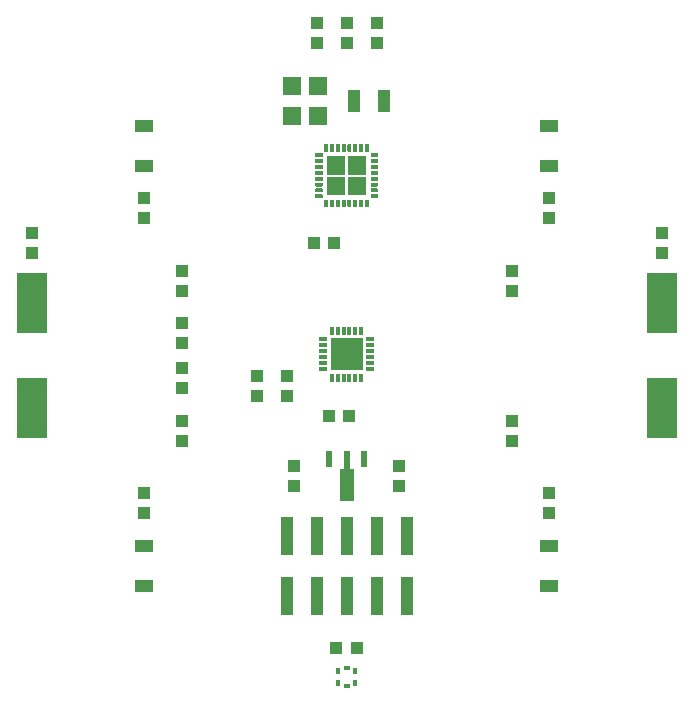
<source format=gbr>
G04 EAGLE Gerber X2 export*
%TF.Part,Single*%
%TF.FileFunction,Paste,Top*%
%TF.FilePolarity,Positive*%
%TF.GenerationSoftware,Autodesk,EAGLE,9.0.1*%
%TF.CreationDate,2018-05-23T18:29:57Z*%
G75*
%MOMM*%
%FSLAX34Y34*%
%LPD*%
%AMOC8*
5,1,8,0,0,1.08239X$1,22.5*%
G01*
%ADD10R,1.016000X3.302000*%
%ADD11R,0.480000X1.400000*%
%ADD12R,0.480000X1.525000*%
%ADD13R,1.200000X2.725000*%
%ADD14R,1.000000X1.100000*%
%ADD15R,1.100000X1.900000*%
%ADD16R,2.540000X5.080000*%
%ADD17R,1.100000X1.000000*%
%ADD18R,1.600000X1.100000*%
%ADD19R,0.450000X0.500000*%
%ADD20R,0.500000X0.450000*%
%ADD21R,0.304800X0.609600*%
%ADD22R,0.609600X0.304800*%
%ADD23R,0.800000X0.300000*%
%ADD24R,0.300000X0.800000*%
%ADD25R,2.750000X2.750000*%
%ADD26R,1.500000X1.600000*%

G36*
X348252Y502525D02*
X348252Y502525D01*
X348254Y502524D01*
X348297Y502544D01*
X348341Y502562D01*
X348341Y502564D01*
X348343Y502565D01*
X348376Y502650D01*
X348376Y517922D01*
X348375Y517924D01*
X348376Y517926D01*
X348356Y517969D01*
X348338Y518013D01*
X348336Y518013D01*
X348335Y518015D01*
X348250Y518048D01*
X332978Y518048D01*
X332976Y518047D01*
X332974Y518048D01*
X332931Y518028D01*
X332887Y518010D01*
X332887Y518008D01*
X332885Y518007D01*
X332852Y517922D01*
X332852Y502650D01*
X332853Y502648D01*
X332852Y502646D01*
X332872Y502603D01*
X332890Y502559D01*
X332892Y502559D01*
X332893Y502557D01*
X332978Y502524D01*
X348250Y502524D01*
X348252Y502525D01*
G37*
G36*
X365524Y502525D02*
X365524Y502525D01*
X365526Y502524D01*
X365569Y502544D01*
X365613Y502562D01*
X365613Y502564D01*
X365615Y502565D01*
X365648Y502650D01*
X365648Y517922D01*
X365647Y517924D01*
X365648Y517926D01*
X365628Y517969D01*
X365610Y518013D01*
X365608Y518013D01*
X365607Y518015D01*
X365522Y518048D01*
X350250Y518048D01*
X350248Y518047D01*
X350246Y518048D01*
X350203Y518028D01*
X350159Y518010D01*
X350159Y518008D01*
X350157Y518007D01*
X350124Y517922D01*
X350124Y502650D01*
X350125Y502648D01*
X350124Y502646D01*
X350144Y502603D01*
X350162Y502559D01*
X350164Y502559D01*
X350165Y502557D01*
X350250Y502524D01*
X365522Y502524D01*
X365524Y502525D01*
G37*
G36*
X348252Y485253D02*
X348252Y485253D01*
X348254Y485252D01*
X348297Y485272D01*
X348341Y485290D01*
X348341Y485292D01*
X348343Y485293D01*
X348376Y485378D01*
X348376Y500650D01*
X348375Y500652D01*
X348376Y500654D01*
X348356Y500697D01*
X348338Y500741D01*
X348336Y500741D01*
X348335Y500743D01*
X348250Y500776D01*
X332978Y500776D01*
X332976Y500775D01*
X332974Y500776D01*
X332931Y500756D01*
X332887Y500738D01*
X332887Y500736D01*
X332885Y500735D01*
X332852Y500650D01*
X332852Y485378D01*
X332853Y485376D01*
X332852Y485374D01*
X332872Y485331D01*
X332890Y485287D01*
X332892Y485287D01*
X332893Y485285D01*
X332978Y485252D01*
X348250Y485252D01*
X348252Y485253D01*
G37*
G36*
X365524Y485253D02*
X365524Y485253D01*
X365526Y485252D01*
X365569Y485272D01*
X365613Y485290D01*
X365613Y485292D01*
X365615Y485293D01*
X365648Y485378D01*
X365648Y500650D01*
X365647Y500652D01*
X365648Y500654D01*
X365628Y500697D01*
X365610Y500741D01*
X365608Y500741D01*
X365607Y500743D01*
X365522Y500776D01*
X350250Y500776D01*
X350248Y500775D01*
X350246Y500776D01*
X350203Y500756D01*
X350159Y500738D01*
X350159Y500736D01*
X350157Y500735D01*
X350124Y500650D01*
X350124Y485378D01*
X350125Y485376D01*
X350124Y485374D01*
X350144Y485331D01*
X350162Y485287D01*
X350164Y485287D01*
X350165Y485285D01*
X350250Y485252D01*
X365522Y485252D01*
X365524Y485253D01*
G37*
G36*
X343274Y521977D02*
X343274Y521977D01*
X343276Y521976D01*
X343319Y521996D01*
X343363Y522014D01*
X343364Y522016D01*
X343366Y522017D01*
X343398Y522102D01*
X343398Y528198D01*
X343398Y528200D01*
X343398Y528202D01*
X343378Y528245D01*
X343360Y528289D01*
X343358Y528289D01*
X343357Y528291D01*
X343272Y528324D01*
X340224Y528324D01*
X340222Y528323D01*
X340220Y528324D01*
X340177Y528304D01*
X340133Y528286D01*
X340133Y528284D01*
X340131Y528283D01*
X340098Y528198D01*
X340098Y522102D01*
X340099Y522100D01*
X340098Y522098D01*
X340118Y522055D01*
X340136Y522011D01*
X340138Y522011D01*
X340139Y522009D01*
X340224Y521976D01*
X343272Y521976D01*
X343274Y521977D01*
G37*
G36*
X338273Y521977D02*
X338273Y521977D01*
X338275Y521976D01*
X338318Y521996D01*
X338362Y522014D01*
X338362Y522016D01*
X338364Y522017D01*
X338397Y522102D01*
X338397Y528198D01*
X338396Y528200D01*
X338397Y528202D01*
X338377Y528245D01*
X338359Y528289D01*
X338357Y528289D01*
X338356Y528291D01*
X338271Y528324D01*
X335223Y528324D01*
X335221Y528323D01*
X335219Y528324D01*
X335176Y528304D01*
X335132Y528286D01*
X335131Y528284D01*
X335129Y528283D01*
X335097Y528198D01*
X335097Y522102D01*
X335097Y522100D01*
X335097Y522098D01*
X335117Y522055D01*
X335135Y522011D01*
X335137Y522011D01*
X335138Y522009D01*
X335223Y521976D01*
X338271Y521976D01*
X338273Y521977D01*
G37*
G36*
X348275Y521977D02*
X348275Y521977D01*
X348277Y521976D01*
X348320Y521996D01*
X348364Y522014D01*
X348365Y522016D01*
X348367Y522017D01*
X348400Y522102D01*
X348400Y528198D01*
X348399Y528200D01*
X348400Y528202D01*
X348380Y528245D01*
X348361Y528289D01*
X348359Y528289D01*
X348358Y528291D01*
X348273Y528324D01*
X345225Y528324D01*
X345223Y528323D01*
X345221Y528324D01*
X345178Y528304D01*
X345135Y528286D01*
X345134Y528284D01*
X345132Y528283D01*
X345099Y528198D01*
X345099Y522102D01*
X345100Y522100D01*
X345099Y522098D01*
X345119Y522055D01*
X345138Y522011D01*
X345140Y522011D01*
X345140Y522009D01*
X345225Y521976D01*
X348273Y521976D01*
X348275Y521977D01*
G37*
G36*
X358278Y521977D02*
X358278Y521977D01*
X358280Y521976D01*
X358323Y521996D01*
X358367Y522014D01*
X358367Y522016D01*
X358369Y522017D01*
X358402Y522102D01*
X358402Y528198D01*
X358401Y528200D01*
X358402Y528202D01*
X358382Y528245D01*
X358364Y528289D01*
X358362Y528289D01*
X358361Y528291D01*
X358276Y528324D01*
X355228Y528324D01*
X355226Y528323D01*
X355224Y528324D01*
X355181Y528304D01*
X355137Y528286D01*
X355136Y528284D01*
X355134Y528283D01*
X355102Y528198D01*
X355102Y522102D01*
X355102Y522100D01*
X355102Y522098D01*
X355122Y522055D01*
X355140Y522011D01*
X355142Y522011D01*
X355143Y522009D01*
X355228Y521976D01*
X358276Y521976D01*
X358278Y521977D01*
G37*
G36*
X363279Y521977D02*
X363279Y521977D01*
X363281Y521976D01*
X363324Y521996D01*
X363368Y522014D01*
X363369Y522016D01*
X363371Y522017D01*
X363403Y522102D01*
X363403Y528198D01*
X363403Y528200D01*
X363403Y528202D01*
X363383Y528245D01*
X363365Y528289D01*
X363363Y528289D01*
X363362Y528291D01*
X363277Y528324D01*
X360229Y528324D01*
X360227Y528323D01*
X360225Y528324D01*
X360182Y528304D01*
X360138Y528286D01*
X360138Y528284D01*
X360136Y528283D01*
X360103Y528198D01*
X360103Y522102D01*
X360104Y522100D01*
X360103Y522098D01*
X360123Y522055D01*
X360141Y522011D01*
X360143Y522011D01*
X360144Y522009D01*
X360229Y521976D01*
X363277Y521976D01*
X363279Y521977D01*
G37*
G36*
X368280Y521977D02*
X368280Y521977D01*
X368282Y521976D01*
X368325Y521996D01*
X368369Y522014D01*
X368370Y522016D01*
X368372Y522017D01*
X368405Y522102D01*
X368405Y528198D01*
X368404Y528200D01*
X368405Y528202D01*
X368385Y528245D01*
X368366Y528289D01*
X368364Y528289D01*
X368363Y528291D01*
X368278Y528324D01*
X365230Y528324D01*
X365228Y528323D01*
X365226Y528324D01*
X365183Y528304D01*
X365140Y528286D01*
X365139Y528284D01*
X365137Y528283D01*
X365104Y528198D01*
X365104Y522102D01*
X365105Y522100D01*
X365104Y522098D01*
X365124Y522055D01*
X365143Y522011D01*
X365145Y522011D01*
X365146Y522009D01*
X365230Y521976D01*
X368278Y521976D01*
X368280Y521977D01*
G37*
G36*
X328800Y517505D02*
X328800Y517505D01*
X328802Y517504D01*
X328845Y517524D01*
X328889Y517543D01*
X328889Y517545D01*
X328891Y517546D01*
X328924Y517630D01*
X328924Y520678D01*
X328923Y520680D01*
X328924Y520682D01*
X328904Y520725D01*
X328886Y520769D01*
X328884Y520770D01*
X328883Y520772D01*
X328798Y520805D01*
X322702Y520805D01*
X322700Y520804D01*
X322698Y520805D01*
X322655Y520785D01*
X322611Y520766D01*
X322611Y520764D01*
X322609Y520763D01*
X322576Y520678D01*
X322576Y517630D01*
X322577Y517628D01*
X322576Y517626D01*
X322596Y517583D01*
X322614Y517540D01*
X322616Y517539D01*
X322617Y517537D01*
X322702Y517504D01*
X328798Y517504D01*
X328800Y517505D01*
G37*
G36*
X375800Y517505D02*
X375800Y517505D01*
X375802Y517504D01*
X375845Y517524D01*
X375889Y517543D01*
X375889Y517545D01*
X375891Y517546D01*
X375924Y517630D01*
X375924Y520678D01*
X375923Y520680D01*
X375924Y520682D01*
X375904Y520725D01*
X375886Y520769D01*
X375884Y520770D01*
X375883Y520772D01*
X375798Y520805D01*
X369702Y520805D01*
X369700Y520804D01*
X369698Y520805D01*
X369655Y520785D01*
X369611Y520766D01*
X369611Y520764D01*
X369609Y520763D01*
X369576Y520678D01*
X369576Y517630D01*
X369577Y517628D01*
X369576Y517626D01*
X369596Y517583D01*
X369614Y517540D01*
X369616Y517539D01*
X369617Y517537D01*
X369702Y517504D01*
X375798Y517504D01*
X375800Y517505D01*
G37*
G36*
X328800Y512504D02*
X328800Y512504D01*
X328802Y512503D01*
X328845Y512523D01*
X328889Y512541D01*
X328889Y512543D01*
X328891Y512544D01*
X328924Y512629D01*
X328924Y515677D01*
X328923Y515679D01*
X328924Y515681D01*
X328904Y515724D01*
X328886Y515768D01*
X328884Y515769D01*
X328883Y515771D01*
X328798Y515803D01*
X322702Y515803D01*
X322700Y515803D01*
X322698Y515803D01*
X322655Y515783D01*
X322611Y515765D01*
X322611Y515763D01*
X322609Y515762D01*
X322576Y515677D01*
X322576Y512629D01*
X322577Y512627D01*
X322576Y512625D01*
X322596Y512582D01*
X322614Y512538D01*
X322616Y512538D01*
X322617Y512536D01*
X322702Y512503D01*
X328798Y512503D01*
X328800Y512504D01*
G37*
G36*
X375800Y512504D02*
X375800Y512504D01*
X375802Y512503D01*
X375845Y512523D01*
X375889Y512541D01*
X375889Y512543D01*
X375891Y512544D01*
X375924Y512629D01*
X375924Y515677D01*
X375923Y515679D01*
X375924Y515681D01*
X375904Y515724D01*
X375886Y515768D01*
X375884Y515769D01*
X375883Y515771D01*
X375798Y515803D01*
X369702Y515803D01*
X369700Y515803D01*
X369698Y515803D01*
X369655Y515783D01*
X369611Y515765D01*
X369611Y515763D01*
X369609Y515762D01*
X369576Y515677D01*
X369576Y512629D01*
X369577Y512627D01*
X369576Y512625D01*
X369596Y512582D01*
X369614Y512538D01*
X369616Y512538D01*
X369617Y512536D01*
X369702Y512503D01*
X375798Y512503D01*
X375800Y512504D01*
G37*
G36*
X328800Y507502D02*
X328800Y507502D01*
X328802Y507502D01*
X328845Y507522D01*
X328889Y507540D01*
X328889Y507542D01*
X328891Y507543D01*
X328924Y507628D01*
X328924Y510676D01*
X328923Y510678D01*
X328924Y510680D01*
X328904Y510723D01*
X328886Y510767D01*
X328884Y510767D01*
X328883Y510769D01*
X328798Y510802D01*
X322702Y510802D01*
X322700Y510801D01*
X322698Y510802D01*
X322655Y510782D01*
X322611Y510764D01*
X322611Y510762D01*
X322609Y510761D01*
X322576Y510676D01*
X322576Y507628D01*
X322577Y507626D01*
X322576Y507624D01*
X322596Y507581D01*
X322614Y507537D01*
X322616Y507536D01*
X322617Y507534D01*
X322702Y507502D01*
X328798Y507502D01*
X328800Y507502D01*
G37*
G36*
X375800Y507502D02*
X375800Y507502D01*
X375802Y507502D01*
X375845Y507522D01*
X375889Y507540D01*
X375889Y507542D01*
X375891Y507543D01*
X375924Y507628D01*
X375924Y510676D01*
X375923Y510678D01*
X375924Y510680D01*
X375904Y510723D01*
X375886Y510767D01*
X375884Y510767D01*
X375883Y510769D01*
X375798Y510802D01*
X369702Y510802D01*
X369700Y510801D01*
X369698Y510802D01*
X369655Y510782D01*
X369611Y510764D01*
X369611Y510762D01*
X369609Y510761D01*
X369576Y510676D01*
X369576Y507628D01*
X369577Y507626D01*
X369576Y507624D01*
X369596Y507581D01*
X369614Y507537D01*
X369616Y507536D01*
X369617Y507534D01*
X369702Y507502D01*
X375798Y507502D01*
X375800Y507502D01*
G37*
G36*
X375800Y502501D02*
X375800Y502501D01*
X375802Y502500D01*
X375845Y502520D01*
X375889Y502539D01*
X375889Y502541D01*
X375891Y502542D01*
X375924Y502627D01*
X375924Y505675D01*
X375923Y505677D01*
X375924Y505679D01*
X375904Y505722D01*
X375886Y505765D01*
X375884Y505766D01*
X375883Y505768D01*
X375798Y505801D01*
X369702Y505801D01*
X369700Y505800D01*
X369698Y505801D01*
X369655Y505781D01*
X369611Y505762D01*
X369611Y505760D01*
X369609Y505760D01*
X369576Y505675D01*
X369576Y502627D01*
X369577Y502625D01*
X369576Y502623D01*
X369596Y502580D01*
X369614Y502536D01*
X369616Y502535D01*
X369617Y502533D01*
X369702Y502500D01*
X375798Y502500D01*
X375800Y502501D01*
G37*
G36*
X328800Y502501D02*
X328800Y502501D01*
X328802Y502500D01*
X328845Y502520D01*
X328889Y502539D01*
X328889Y502541D01*
X328891Y502542D01*
X328924Y502627D01*
X328924Y505675D01*
X328923Y505677D01*
X328924Y505679D01*
X328904Y505722D01*
X328886Y505765D01*
X328884Y505766D01*
X328883Y505768D01*
X328798Y505801D01*
X322702Y505801D01*
X322700Y505800D01*
X322698Y505801D01*
X322655Y505781D01*
X322611Y505762D01*
X322611Y505760D01*
X322609Y505760D01*
X322576Y505675D01*
X322576Y502627D01*
X322577Y502625D01*
X322576Y502623D01*
X322596Y502580D01*
X322614Y502536D01*
X322616Y502535D01*
X322617Y502533D01*
X322702Y502500D01*
X328798Y502500D01*
X328800Y502501D01*
G37*
G36*
X328800Y497500D02*
X328800Y497500D01*
X328802Y497499D01*
X328845Y497519D01*
X328889Y497538D01*
X328889Y497540D01*
X328891Y497540D01*
X328924Y497625D01*
X328924Y500673D01*
X328923Y500675D01*
X328924Y500677D01*
X328904Y500720D01*
X328886Y500764D01*
X328884Y500765D01*
X328883Y500767D01*
X328798Y500800D01*
X322702Y500800D01*
X322700Y500799D01*
X322698Y500800D01*
X322655Y500780D01*
X322611Y500761D01*
X322611Y500759D01*
X322609Y500758D01*
X322576Y500673D01*
X322576Y497625D01*
X322577Y497623D01*
X322576Y497621D01*
X322596Y497578D01*
X322614Y497535D01*
X322616Y497534D01*
X322617Y497532D01*
X322702Y497499D01*
X328798Y497499D01*
X328800Y497500D01*
G37*
G36*
X375800Y497500D02*
X375800Y497500D01*
X375802Y497499D01*
X375845Y497519D01*
X375889Y497538D01*
X375889Y497540D01*
X375891Y497540D01*
X375924Y497625D01*
X375924Y500673D01*
X375923Y500675D01*
X375924Y500677D01*
X375904Y500720D01*
X375886Y500764D01*
X375884Y500765D01*
X375883Y500767D01*
X375798Y500800D01*
X369702Y500800D01*
X369700Y500799D01*
X369698Y500800D01*
X369655Y500780D01*
X369611Y500761D01*
X369611Y500759D01*
X369609Y500758D01*
X369576Y500673D01*
X369576Y497625D01*
X369577Y497623D01*
X369576Y497621D01*
X369596Y497578D01*
X369614Y497535D01*
X369616Y497534D01*
X369617Y497532D01*
X369702Y497499D01*
X375798Y497499D01*
X375800Y497500D01*
G37*
G36*
X333272Y521977D02*
X333272Y521977D01*
X333274Y521976D01*
X333317Y521996D01*
X333360Y522014D01*
X333361Y522016D01*
X333363Y522017D01*
X333396Y522102D01*
X333396Y528198D01*
X333395Y528200D01*
X333396Y528202D01*
X333376Y528245D01*
X333357Y528289D01*
X333355Y528289D01*
X333355Y528291D01*
X333270Y528324D01*
X330222Y528324D01*
X330220Y528323D01*
X330218Y528324D01*
X330175Y528304D01*
X330131Y528286D01*
X330130Y528284D01*
X330128Y528283D01*
X330095Y528198D01*
X330095Y522102D01*
X330096Y522100D01*
X330095Y522098D01*
X330115Y522055D01*
X330134Y522011D01*
X330136Y522011D01*
X330137Y522009D01*
X330222Y521976D01*
X333270Y521976D01*
X333272Y521977D01*
G37*
G36*
X353277Y521977D02*
X353277Y521977D01*
X353279Y521976D01*
X353322Y521996D01*
X353365Y522014D01*
X353366Y522016D01*
X353368Y522017D01*
X353401Y522102D01*
X353401Y528198D01*
X353400Y528200D01*
X353401Y528202D01*
X353381Y528245D01*
X353362Y528289D01*
X353360Y528289D01*
X353360Y528291D01*
X353275Y528324D01*
X350227Y528324D01*
X350225Y528323D01*
X350223Y528324D01*
X350180Y528304D01*
X350136Y528286D01*
X350135Y528284D01*
X350133Y528283D01*
X350100Y528198D01*
X350100Y522102D01*
X350101Y522100D01*
X350100Y522098D01*
X350120Y522055D01*
X350139Y522011D01*
X350141Y522011D01*
X350142Y522009D01*
X350227Y521976D01*
X353275Y521976D01*
X353277Y521977D01*
G37*
G36*
X328800Y492499D02*
X328800Y492499D01*
X328802Y492498D01*
X328845Y492518D01*
X328889Y492536D01*
X328889Y492538D01*
X328891Y492539D01*
X328924Y492624D01*
X328924Y495672D01*
X328923Y495674D01*
X328924Y495676D01*
X328904Y495719D01*
X328886Y495763D01*
X328884Y495764D01*
X328883Y495766D01*
X328798Y495798D01*
X322702Y495798D01*
X322700Y495798D01*
X322698Y495798D01*
X322655Y495778D01*
X322611Y495760D01*
X322611Y495758D01*
X322609Y495757D01*
X322576Y495672D01*
X322576Y492624D01*
X322577Y492622D01*
X322576Y492620D01*
X322596Y492577D01*
X322614Y492533D01*
X322616Y492533D01*
X322617Y492531D01*
X322702Y492498D01*
X328798Y492498D01*
X328800Y492499D01*
G37*
G36*
X375800Y492499D02*
X375800Y492499D01*
X375802Y492498D01*
X375845Y492518D01*
X375889Y492536D01*
X375889Y492538D01*
X375891Y492539D01*
X375924Y492624D01*
X375924Y495672D01*
X375923Y495674D01*
X375924Y495676D01*
X375904Y495719D01*
X375886Y495763D01*
X375884Y495764D01*
X375883Y495766D01*
X375798Y495798D01*
X369702Y495798D01*
X369700Y495798D01*
X369698Y495798D01*
X369655Y495778D01*
X369611Y495760D01*
X369611Y495758D01*
X369609Y495757D01*
X369576Y495672D01*
X369576Y492624D01*
X369577Y492622D01*
X369576Y492620D01*
X369596Y492577D01*
X369614Y492533D01*
X369616Y492533D01*
X369617Y492531D01*
X369702Y492498D01*
X375798Y492498D01*
X375800Y492499D01*
G37*
G36*
X328800Y487497D02*
X328800Y487497D01*
X328802Y487497D01*
X328845Y487517D01*
X328889Y487535D01*
X328889Y487537D01*
X328891Y487538D01*
X328924Y487623D01*
X328924Y490671D01*
X328923Y490673D01*
X328924Y490675D01*
X328904Y490718D01*
X328886Y490762D01*
X328884Y490762D01*
X328883Y490764D01*
X328798Y490797D01*
X322702Y490797D01*
X322700Y490796D01*
X322698Y490797D01*
X322655Y490777D01*
X322611Y490759D01*
X322611Y490757D01*
X322609Y490756D01*
X322576Y490671D01*
X322576Y487623D01*
X322577Y487621D01*
X322576Y487619D01*
X322596Y487576D01*
X322614Y487532D01*
X322616Y487531D01*
X322617Y487529D01*
X322702Y487497D01*
X328798Y487497D01*
X328800Y487497D01*
G37*
G36*
X375800Y487497D02*
X375800Y487497D01*
X375802Y487497D01*
X375845Y487517D01*
X375889Y487535D01*
X375889Y487537D01*
X375891Y487538D01*
X375924Y487623D01*
X375924Y490671D01*
X375923Y490673D01*
X375924Y490675D01*
X375904Y490718D01*
X375886Y490762D01*
X375884Y490762D01*
X375883Y490764D01*
X375798Y490797D01*
X369702Y490797D01*
X369700Y490796D01*
X369698Y490797D01*
X369655Y490777D01*
X369611Y490759D01*
X369611Y490757D01*
X369609Y490756D01*
X369576Y490671D01*
X369576Y487623D01*
X369577Y487621D01*
X369576Y487619D01*
X369596Y487576D01*
X369614Y487532D01*
X369616Y487531D01*
X369617Y487529D01*
X369702Y487497D01*
X375798Y487497D01*
X375800Y487497D01*
G37*
G36*
X328800Y482496D02*
X328800Y482496D01*
X328802Y482495D01*
X328845Y482515D01*
X328889Y482534D01*
X328889Y482536D01*
X328891Y482537D01*
X328924Y482622D01*
X328924Y485670D01*
X328923Y485672D01*
X328924Y485674D01*
X328904Y485717D01*
X328886Y485760D01*
X328884Y485761D01*
X328883Y485763D01*
X328798Y485796D01*
X322702Y485796D01*
X322700Y485795D01*
X322698Y485796D01*
X322655Y485776D01*
X322611Y485757D01*
X322611Y485755D01*
X322609Y485755D01*
X322576Y485670D01*
X322576Y482622D01*
X322577Y482620D01*
X322576Y482618D01*
X322596Y482575D01*
X322614Y482531D01*
X322616Y482530D01*
X322617Y482528D01*
X322702Y482495D01*
X328798Y482495D01*
X328800Y482496D01*
G37*
G36*
X375800Y482496D02*
X375800Y482496D01*
X375802Y482495D01*
X375845Y482515D01*
X375889Y482534D01*
X375889Y482536D01*
X375891Y482537D01*
X375924Y482622D01*
X375924Y485670D01*
X375923Y485672D01*
X375924Y485674D01*
X375904Y485717D01*
X375886Y485760D01*
X375884Y485761D01*
X375883Y485763D01*
X375798Y485796D01*
X369702Y485796D01*
X369700Y485795D01*
X369698Y485796D01*
X369655Y485776D01*
X369611Y485757D01*
X369611Y485755D01*
X369609Y485755D01*
X369576Y485670D01*
X369576Y482622D01*
X369577Y482620D01*
X369576Y482618D01*
X369596Y482575D01*
X369614Y482531D01*
X369616Y482530D01*
X369617Y482528D01*
X369702Y482495D01*
X375798Y482495D01*
X375800Y482496D01*
G37*
G36*
X333272Y474977D02*
X333272Y474977D01*
X333274Y474976D01*
X333317Y474996D01*
X333360Y475014D01*
X333361Y475016D01*
X333363Y475017D01*
X333396Y475102D01*
X333396Y481198D01*
X333395Y481200D01*
X333396Y481202D01*
X333376Y481245D01*
X333357Y481289D01*
X333355Y481289D01*
X333355Y481291D01*
X333270Y481324D01*
X330222Y481324D01*
X330220Y481323D01*
X330218Y481324D01*
X330175Y481304D01*
X330131Y481286D01*
X330130Y481284D01*
X330128Y481283D01*
X330095Y481198D01*
X330095Y475102D01*
X330096Y475100D01*
X330095Y475098D01*
X330115Y475055D01*
X330134Y475011D01*
X330136Y475011D01*
X330137Y475009D01*
X330222Y474976D01*
X333270Y474976D01*
X333272Y474977D01*
G37*
G36*
X363279Y474977D02*
X363279Y474977D01*
X363281Y474976D01*
X363324Y474996D01*
X363368Y475014D01*
X363369Y475016D01*
X363371Y475017D01*
X363403Y475102D01*
X363403Y481198D01*
X363403Y481200D01*
X363403Y481202D01*
X363383Y481245D01*
X363365Y481289D01*
X363363Y481289D01*
X363362Y481291D01*
X363277Y481324D01*
X360229Y481324D01*
X360227Y481323D01*
X360225Y481324D01*
X360182Y481304D01*
X360138Y481286D01*
X360138Y481284D01*
X360136Y481283D01*
X360103Y481198D01*
X360103Y475102D01*
X360104Y475100D01*
X360103Y475098D01*
X360123Y475055D01*
X360141Y475011D01*
X360143Y475011D01*
X360144Y475009D01*
X360229Y474976D01*
X363277Y474976D01*
X363279Y474977D01*
G37*
G36*
X368280Y474977D02*
X368280Y474977D01*
X368282Y474976D01*
X368325Y474996D01*
X368369Y475014D01*
X368370Y475016D01*
X368372Y475017D01*
X368405Y475102D01*
X368405Y481198D01*
X368404Y481200D01*
X368405Y481202D01*
X368385Y481245D01*
X368366Y481289D01*
X368364Y481289D01*
X368363Y481291D01*
X368278Y481324D01*
X365230Y481324D01*
X365228Y481323D01*
X365226Y481324D01*
X365183Y481304D01*
X365140Y481286D01*
X365139Y481284D01*
X365137Y481283D01*
X365104Y481198D01*
X365104Y475102D01*
X365105Y475100D01*
X365104Y475098D01*
X365124Y475055D01*
X365143Y475011D01*
X365145Y475011D01*
X365146Y475009D01*
X365230Y474976D01*
X368278Y474976D01*
X368280Y474977D01*
G37*
G36*
X348275Y474977D02*
X348275Y474977D01*
X348277Y474976D01*
X348320Y474996D01*
X348364Y475014D01*
X348365Y475016D01*
X348367Y475017D01*
X348400Y475102D01*
X348400Y481198D01*
X348399Y481200D01*
X348400Y481202D01*
X348380Y481245D01*
X348361Y481289D01*
X348359Y481289D01*
X348358Y481291D01*
X348273Y481324D01*
X345225Y481324D01*
X345223Y481323D01*
X345221Y481324D01*
X345178Y481304D01*
X345135Y481286D01*
X345134Y481284D01*
X345132Y481283D01*
X345099Y481198D01*
X345099Y475102D01*
X345100Y475100D01*
X345099Y475098D01*
X345119Y475055D01*
X345138Y475011D01*
X345140Y475011D01*
X345140Y475009D01*
X345225Y474976D01*
X348273Y474976D01*
X348275Y474977D01*
G37*
G36*
X358278Y474977D02*
X358278Y474977D01*
X358280Y474976D01*
X358323Y474996D01*
X358367Y475014D01*
X358367Y475016D01*
X358369Y475017D01*
X358402Y475102D01*
X358402Y481198D01*
X358401Y481200D01*
X358402Y481202D01*
X358382Y481245D01*
X358364Y481289D01*
X358362Y481289D01*
X358361Y481291D01*
X358276Y481324D01*
X355228Y481324D01*
X355226Y481323D01*
X355224Y481324D01*
X355181Y481304D01*
X355137Y481286D01*
X355136Y481284D01*
X355134Y481283D01*
X355102Y481198D01*
X355102Y475102D01*
X355102Y475100D01*
X355102Y475098D01*
X355122Y475055D01*
X355140Y475011D01*
X355142Y475011D01*
X355143Y475009D01*
X355228Y474976D01*
X358276Y474976D01*
X358278Y474977D01*
G37*
G36*
X338273Y474977D02*
X338273Y474977D01*
X338275Y474976D01*
X338318Y474996D01*
X338362Y475014D01*
X338362Y475016D01*
X338364Y475017D01*
X338397Y475102D01*
X338397Y481198D01*
X338396Y481200D01*
X338397Y481202D01*
X338377Y481245D01*
X338359Y481289D01*
X338357Y481289D01*
X338356Y481291D01*
X338271Y481324D01*
X335223Y481324D01*
X335221Y481323D01*
X335219Y481324D01*
X335176Y481304D01*
X335132Y481286D01*
X335131Y481284D01*
X335129Y481283D01*
X335097Y481198D01*
X335097Y475102D01*
X335097Y475100D01*
X335097Y475098D01*
X335117Y475055D01*
X335135Y475011D01*
X335137Y475011D01*
X335138Y475009D01*
X335223Y474976D01*
X338271Y474976D01*
X338273Y474977D01*
G37*
G36*
X353277Y474977D02*
X353277Y474977D01*
X353279Y474976D01*
X353322Y474996D01*
X353365Y475014D01*
X353366Y475016D01*
X353368Y475017D01*
X353401Y475102D01*
X353401Y481198D01*
X353400Y481200D01*
X353401Y481202D01*
X353381Y481245D01*
X353362Y481289D01*
X353360Y481289D01*
X353360Y481291D01*
X353275Y481324D01*
X350227Y481324D01*
X350225Y481323D01*
X350223Y481324D01*
X350180Y481304D01*
X350136Y481286D01*
X350135Y481284D01*
X350133Y481283D01*
X350100Y481198D01*
X350100Y475102D01*
X350101Y475100D01*
X350100Y475098D01*
X350120Y475055D01*
X350139Y475011D01*
X350141Y475011D01*
X350142Y475009D01*
X350227Y474976D01*
X353275Y474976D01*
X353277Y474977D01*
G37*
G36*
X343274Y474977D02*
X343274Y474977D01*
X343276Y474976D01*
X343319Y474996D01*
X343363Y475014D01*
X343364Y475016D01*
X343366Y475017D01*
X343398Y475102D01*
X343398Y481198D01*
X343398Y481200D01*
X343398Y481202D01*
X343378Y481245D01*
X343360Y481289D01*
X343358Y481289D01*
X343357Y481291D01*
X343272Y481324D01*
X340224Y481324D01*
X340222Y481323D01*
X340220Y481324D01*
X340177Y481304D01*
X340133Y481286D01*
X340133Y481284D01*
X340131Y481283D01*
X340098Y481198D01*
X340098Y475102D01*
X340099Y475100D01*
X340098Y475098D01*
X340118Y475055D01*
X340136Y475011D01*
X340138Y475011D01*
X340139Y475009D01*
X340224Y474976D01*
X343272Y474976D01*
X343274Y474977D01*
G37*
D10*
X298450Y146050D03*
X298450Y196850D03*
X323850Y146050D03*
X323850Y196850D03*
X349250Y146050D03*
X349250Y196850D03*
X374650Y146050D03*
X374650Y196850D03*
X400050Y146050D03*
X400050Y196850D03*
D11*
X364250Y261900D03*
D12*
X349250Y261275D03*
D11*
X334250Y261900D03*
D13*
X349250Y240050D03*
D14*
X393700Y256150D03*
X393700Y239150D03*
X304800Y256150D03*
X304800Y239150D03*
D15*
X380800Y565150D03*
X355800Y565150D03*
D14*
X349250Y630800D03*
X349250Y613800D03*
X323850Y630800D03*
X323850Y613800D03*
X615950Y436000D03*
X615950Y453000D03*
D16*
X615950Y393700D03*
X82550Y304800D03*
D17*
X177800Y465600D03*
X177800Y482600D03*
X520700Y465600D03*
X520700Y482600D03*
X177800Y232900D03*
X177800Y215900D03*
X520700Y232900D03*
X520700Y215900D03*
D18*
X520700Y544050D03*
X520700Y510050D03*
X177800Y544050D03*
X177800Y510050D03*
X520700Y154450D03*
X520700Y188450D03*
X177800Y154450D03*
X177800Y188450D03*
D17*
X488950Y277250D03*
X488950Y294250D03*
X209550Y421250D03*
X209550Y404250D03*
X488950Y421250D03*
X488950Y404250D03*
X209550Y277250D03*
X209550Y294250D03*
X209550Y376800D03*
X209550Y359800D03*
X209550Y321700D03*
X209550Y338700D03*
D16*
X82550Y393700D03*
X615950Y304800D03*
D17*
X82550Y453000D03*
X82550Y436000D03*
D19*
X341750Y82470D03*
X341750Y72470D03*
D20*
X349250Y69970D03*
D19*
X356750Y72470D03*
X356750Y82470D03*
D20*
X349250Y84970D03*
D17*
X357750Y101600D03*
X340750Y101600D03*
D21*
X366754Y525150D03*
X361753Y525150D03*
X356752Y525150D03*
X351751Y525150D03*
X346749Y525150D03*
X341748Y525150D03*
X336747Y525150D03*
X331746Y525150D03*
D22*
X325750Y519154D03*
X325750Y514153D03*
X325750Y509152D03*
X325750Y504151D03*
X325750Y499149D03*
X325750Y494148D03*
X325750Y489147D03*
X325750Y484146D03*
D21*
X331746Y478150D03*
X336747Y478150D03*
X341748Y478150D03*
X346749Y478150D03*
X351751Y478150D03*
X356752Y478150D03*
X361753Y478150D03*
X366754Y478150D03*
D22*
X372750Y484146D03*
X372750Y489147D03*
X372750Y494148D03*
X372750Y499149D03*
X372750Y504151D03*
X372750Y509152D03*
X372750Y514153D03*
X372750Y519154D03*
D23*
X329250Y363020D03*
X329250Y358020D03*
X329250Y353020D03*
X329250Y348020D03*
X329250Y343020D03*
X329250Y338020D03*
D24*
X336750Y330520D03*
X341750Y330520D03*
X346750Y330520D03*
X351750Y330520D03*
X356750Y330520D03*
X361750Y330520D03*
D23*
X369250Y338020D03*
X369250Y343020D03*
X369250Y348020D03*
X369250Y353020D03*
X369250Y358020D03*
X369250Y363020D03*
D24*
X361750Y370520D03*
X356750Y370520D03*
X351750Y370520D03*
X346750Y370520D03*
X341750Y370520D03*
X336750Y370520D03*
D25*
X349250Y350520D03*
D17*
X351400Y298450D03*
X334400Y298450D03*
D14*
X374650Y613800D03*
X374650Y630800D03*
D17*
X321700Y444500D03*
X338700Y444500D03*
D14*
X273050Y332350D03*
X273050Y315350D03*
X298450Y332350D03*
X298450Y315350D03*
D26*
X303150Y577850D03*
X303150Y552450D03*
X325150Y552450D03*
X325150Y577850D03*
M02*

</source>
